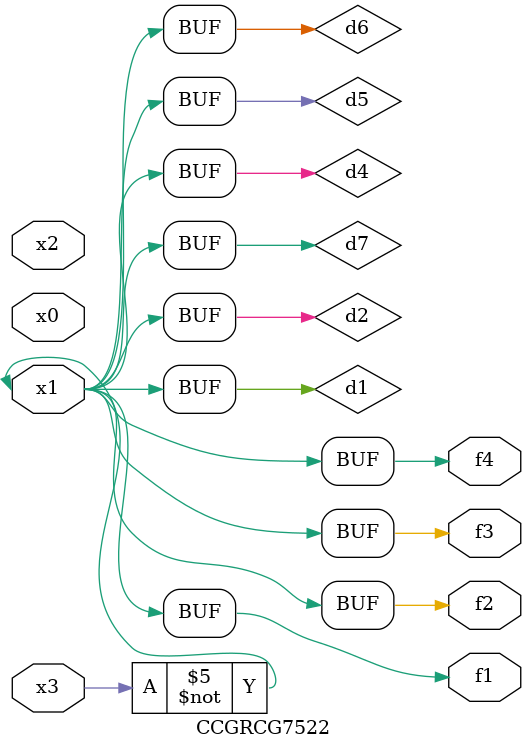
<source format=v>
module CCGRCG7522(
	input x0, x1, x2, x3,
	output f1, f2, f3, f4
);

	wire d1, d2, d3, d4, d5, d6, d7;

	not (d1, x3);
	buf (d2, x1);
	xnor (d3, d1, d2);
	nor (d4, d1);
	buf (d5, d1, d2);
	buf (d6, d4, d5);
	nand (d7, d4);
	assign f1 = d6;
	assign f2 = d7;
	assign f3 = d6;
	assign f4 = d6;
endmodule

</source>
